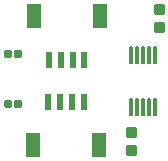
<source format=gbr>
G04 EAGLE Gerber RS-274X export*
G75*
%MOMM*%
%FSLAX34Y34*%
%LPD*%
%AMOC8*
5,1,8,0,0,1.08239X$1,22.5*%
G01*
%ADD10C,0.222250*%
%ADD11R,0.600000X1.350000*%
%ADD12R,1.200000X2.000000*%
%ADD13C,0.317500*%
%ADD14C,0.150000*%


D10*
X178900Y14694D02*
X178900Y8026D01*
X172232Y8026D01*
X172232Y14694D01*
X178900Y14694D01*
X178900Y10138D02*
X172232Y10138D01*
X172232Y12250D02*
X178900Y12250D01*
X178900Y14362D02*
X172232Y14362D01*
X178900Y23266D02*
X178900Y29934D01*
X178900Y23266D02*
X172232Y23266D01*
X172232Y29934D01*
X178900Y29934D01*
X178900Y25378D02*
X172232Y25378D01*
X172232Y27490D02*
X178900Y27490D01*
X178900Y29602D02*
X172232Y29602D01*
X195406Y127270D02*
X195406Y133938D01*
X202074Y133938D01*
X202074Y127270D01*
X195406Y127270D01*
X195406Y129382D02*
X202074Y129382D01*
X202074Y131494D02*
X195406Y131494D01*
X195406Y133606D02*
X202074Y133606D01*
X195406Y118698D02*
X195406Y112030D01*
X195406Y118698D02*
X202074Y118698D01*
X202074Y112030D01*
X195406Y112030D01*
X195406Y114142D02*
X202074Y114142D01*
X202074Y116254D02*
X195406Y116254D01*
X195406Y118366D02*
X202074Y118366D01*
D11*
X105360Y52000D03*
X115360Y52000D03*
X125360Y52000D03*
X135360Y52000D03*
D12*
X148360Y15250D03*
X92360Y15250D03*
D11*
X135820Y87670D03*
X125820Y87670D03*
X115820Y87670D03*
X105820Y87670D03*
D12*
X92820Y124420D03*
X148820Y124420D03*
D13*
X81463Y94452D02*
X78287Y94452D01*
X81463Y94452D02*
X81463Y91276D01*
X78287Y91276D01*
X78287Y94452D01*
X78287Y94292D02*
X81463Y94292D01*
X72573Y94452D02*
X69397Y94452D01*
X72573Y94452D02*
X72573Y91276D01*
X69397Y91276D01*
X69397Y94452D01*
X69397Y94292D02*
X72573Y94292D01*
X78357Y51546D02*
X81533Y51546D01*
X81533Y48370D01*
X78357Y48370D01*
X78357Y51546D01*
X78357Y51386D02*
X81533Y51386D01*
X72643Y51546D02*
X69467Y51546D01*
X72643Y51546D02*
X72643Y48370D01*
X69467Y48370D01*
X69467Y51546D01*
X69467Y51386D02*
X72643Y51386D01*
D14*
X194806Y85140D02*
X194806Y98140D01*
X196306Y98140D01*
X196306Y85140D01*
X194806Y85140D01*
X194806Y86565D02*
X196306Y86565D01*
X196306Y87990D02*
X194806Y87990D01*
X194806Y89415D02*
X196306Y89415D01*
X196306Y90840D02*
X194806Y90840D01*
X194806Y92265D02*
X196306Y92265D01*
X196306Y93690D02*
X194806Y93690D01*
X194806Y95115D02*
X196306Y95115D01*
X196306Y96540D02*
X194806Y96540D01*
X194806Y97965D02*
X196306Y97965D01*
X189806Y98140D02*
X189806Y85140D01*
X189806Y98140D02*
X191306Y98140D01*
X191306Y85140D01*
X189806Y85140D01*
X189806Y86565D02*
X191306Y86565D01*
X191306Y87990D02*
X189806Y87990D01*
X189806Y89415D02*
X191306Y89415D01*
X191306Y90840D02*
X189806Y90840D01*
X189806Y92265D02*
X191306Y92265D01*
X191306Y93690D02*
X189806Y93690D01*
X189806Y95115D02*
X191306Y95115D01*
X191306Y96540D02*
X189806Y96540D01*
X189806Y97965D02*
X191306Y97965D01*
X184806Y98140D02*
X184806Y85140D01*
X184806Y98140D02*
X186306Y98140D01*
X186306Y85140D01*
X184806Y85140D01*
X184806Y86565D02*
X186306Y86565D01*
X186306Y87990D02*
X184806Y87990D01*
X184806Y89415D02*
X186306Y89415D01*
X186306Y90840D02*
X184806Y90840D01*
X184806Y92265D02*
X186306Y92265D01*
X186306Y93690D02*
X184806Y93690D01*
X184806Y95115D02*
X186306Y95115D01*
X186306Y96540D02*
X184806Y96540D01*
X184806Y97965D02*
X186306Y97965D01*
X179806Y98140D02*
X179806Y85140D01*
X179806Y98140D02*
X181306Y98140D01*
X181306Y85140D01*
X179806Y85140D01*
X179806Y86565D02*
X181306Y86565D01*
X181306Y87990D02*
X179806Y87990D01*
X179806Y89415D02*
X181306Y89415D01*
X181306Y90840D02*
X179806Y90840D01*
X179806Y92265D02*
X181306Y92265D01*
X181306Y93690D02*
X179806Y93690D01*
X179806Y95115D02*
X181306Y95115D01*
X181306Y96540D02*
X179806Y96540D01*
X179806Y97965D02*
X181306Y97965D01*
X174806Y98140D02*
X174806Y85140D01*
X174806Y98140D02*
X176306Y98140D01*
X176306Y85140D01*
X174806Y85140D01*
X174806Y86565D02*
X176306Y86565D01*
X176306Y87990D02*
X174806Y87990D01*
X174806Y89415D02*
X176306Y89415D01*
X176306Y90840D02*
X174806Y90840D01*
X174806Y92265D02*
X176306Y92265D01*
X176306Y93690D02*
X174806Y93690D01*
X174806Y95115D02*
X176306Y95115D01*
X176306Y96540D02*
X174806Y96540D01*
X174806Y97965D02*
X176306Y97965D01*
X174806Y54140D02*
X174806Y41140D01*
X174806Y54140D02*
X176306Y54140D01*
X176306Y41140D01*
X174806Y41140D01*
X174806Y42565D02*
X176306Y42565D01*
X176306Y43990D02*
X174806Y43990D01*
X174806Y45415D02*
X176306Y45415D01*
X176306Y46840D02*
X174806Y46840D01*
X174806Y48265D02*
X176306Y48265D01*
X176306Y49690D02*
X174806Y49690D01*
X174806Y51115D02*
X176306Y51115D01*
X176306Y52540D02*
X174806Y52540D01*
X174806Y53965D02*
X176306Y53965D01*
X179806Y54140D02*
X179806Y41140D01*
X179806Y54140D02*
X181306Y54140D01*
X181306Y41140D01*
X179806Y41140D01*
X179806Y42565D02*
X181306Y42565D01*
X181306Y43990D02*
X179806Y43990D01*
X179806Y45415D02*
X181306Y45415D01*
X181306Y46840D02*
X179806Y46840D01*
X179806Y48265D02*
X181306Y48265D01*
X181306Y49690D02*
X179806Y49690D01*
X179806Y51115D02*
X181306Y51115D01*
X181306Y52540D02*
X179806Y52540D01*
X179806Y53965D02*
X181306Y53965D01*
X184806Y54140D02*
X184806Y41140D01*
X184806Y54140D02*
X186306Y54140D01*
X186306Y41140D01*
X184806Y41140D01*
X184806Y42565D02*
X186306Y42565D01*
X186306Y43990D02*
X184806Y43990D01*
X184806Y45415D02*
X186306Y45415D01*
X186306Y46840D02*
X184806Y46840D01*
X184806Y48265D02*
X186306Y48265D01*
X186306Y49690D02*
X184806Y49690D01*
X184806Y51115D02*
X186306Y51115D01*
X186306Y52540D02*
X184806Y52540D01*
X184806Y53965D02*
X186306Y53965D01*
X189806Y54140D02*
X189806Y41140D01*
X189806Y54140D02*
X191306Y54140D01*
X191306Y41140D01*
X189806Y41140D01*
X189806Y42565D02*
X191306Y42565D01*
X191306Y43990D02*
X189806Y43990D01*
X189806Y45415D02*
X191306Y45415D01*
X191306Y46840D02*
X189806Y46840D01*
X189806Y48265D02*
X191306Y48265D01*
X191306Y49690D02*
X189806Y49690D01*
X189806Y51115D02*
X191306Y51115D01*
X191306Y52540D02*
X189806Y52540D01*
X189806Y53965D02*
X191306Y53965D01*
X194806Y54140D02*
X194806Y41140D01*
X194806Y54140D02*
X196306Y54140D01*
X196306Y41140D01*
X194806Y41140D01*
X194806Y42565D02*
X196306Y42565D01*
X196306Y43990D02*
X194806Y43990D01*
X194806Y45415D02*
X196306Y45415D01*
X196306Y46840D02*
X194806Y46840D01*
X194806Y48265D02*
X196306Y48265D01*
X196306Y49690D02*
X194806Y49690D01*
X194806Y51115D02*
X196306Y51115D01*
X196306Y52540D02*
X194806Y52540D01*
X194806Y53965D02*
X196306Y53965D01*
M02*

</source>
